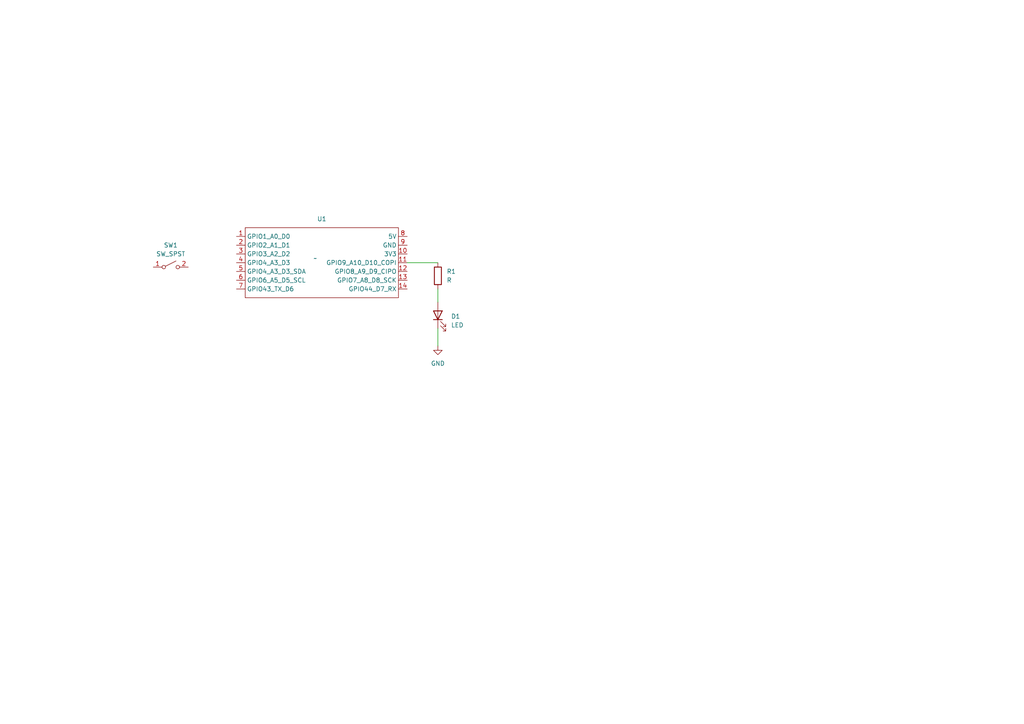
<source format=kicad_sch>
(kicad_sch (version 20230121) (generator eeschema)
  (paper "A4")
  (lib_symbols
    (symbol "Device:LED" (pin_numbers hide) (pin_names (offset 1.016) hide)
      (property "Reference" "D" (at 0 2.54 0))
      (property "Value" "LED" (at 0 -2.54 0))
      (symbol "LED_0_1"
        (polyline (pts (xy -1.27 -1.27) (xy -1.27 1.27)) (stroke (width 0.254)))
        (polyline (pts (xy -1.27 0) (xy 1.27 0)))
        (polyline (pts (xy 1.27 -1.27) (xy 1.27 1.27) (xy -1.27 0) (xy 1.27 -1.27)) (stroke (width 0.254)))
        (polyline (pts (xy -3.048 -0.762) (xy -4.572 -2.286) (xy -3.81 -2.286) (xy -4.572 -2.286) (xy -4.572 -1.524)))
        (polyline (pts (xy -1.778 -0.762) (xy -3.302 -2.286) (xy -2.54 -2.286) (xy -3.302 -2.286) (xy -3.302 -1.524)))
      )
      (symbol "LED_1_1"
        (pin passive line (at -3.81 0 0) (length 2.54) (name "K") (number "1"))
        (pin passive line (at 3.81 0 180) (length 2.54) (name "A") (number "2"))
      )
    )
    (symbol "Device:R" (pin_numbers hide) (pin_names (offset 0))
      (property "Reference" "R" (at 2.032 0 90))
      (property "Value" "R" (at 0 0 90))
      (symbol "R_0_1"
        (rectangle (start -1.016 -2.54) (end 1.016 2.54) (stroke (width 0.254)))
      )
      (symbol "R_1_1"
        (pin passive line (at 0 3.81 270) (length 1.27) (name "~") (number "1"))
        (pin passive line (at 0 -3.81 90) (length 1.27) (name "~") (number "2"))
      )
    )
    (symbol "Official XIAO ESP:XIAO_ESP32_SENSE"
      (property "Reference" "U" (at 0 0 0))
      (symbol "XIAO_ESP32_SENSE_0_1"
        (polyline (pts (xy -20.32 8.89) (xy -20.32 -11.43) (xy 24.13 -11.43) (xy 24.13 8.89) (xy -20.32 8.89)))
      )
      (symbol "XIAO_ESP32_SENSE_1_1"
        (pin bidirectional line (at -22.86 6.35 0) (length 2.54) (name "GPIO1_A0_D0") (number "1"))
        (pin bidirectional line (at 26.67 1.27 180) (length 2.54) (name "3V3") (number "10"))
        (pin bidirectional line (at 26.67 -1.27 180) (length 2.54) (name "GPIO9_A10_D10_COPI") (number "11"))
        (pin bidirectional line (at 26.67 -3.81 180) (length 2.54) (name "GPIO8_A9_D9_CIPO") (number "12"))
        (pin bidirectional line (at 26.67 -6.35 180) (length 2.54) (name "GPIO7_A8_D8_SCK") (number "13"))
        (pin bidirectional line (at 26.67 -8.89 180) (length 2.54) (name "GPIO44_D7_RX") (number "14"))
        (pin bidirectional line (at -22.86 3.81 0) (length 2.54) (name "GPIO2_A1_D1") (number "2"))
        (pin bidirectional line (at -22.86 1.27 0) (length 2.54) (name "GPIO3_A2_D2") (number "3"))
        (pin bidirectional line (at -22.86 -1.27 0) (length 2.54) (name "GPIO4_A3_D3") (number "4"))
        (pin bidirectional line (at -22.86 -3.81 0) (length 2.54) (name "GPIO4_A3_D3_SDA") (number "5"))
        (pin bidirectional line (at -22.86 -6.35 0) (length 2.54) (name "GPIO6_A5_D5_SCL") (number "6"))
        (pin bidirectional line (at -22.86 -8.89 0) (length 2.54) (name "GPIO43_TX_D6") (number "7"))
        (pin bidirectional line (at 26.67 6.35 180) (length 2.54) (name "5V") (number "8"))
        (pin bidirectional line (at 26.67 3.81 180) (length 2.54) (name "GND") (number "9"))
      )
    )
    (symbol "Switch:SW_SPST" (pin_names (offset 0) hide)
      (property "Reference" "SW" (at 0 3.175 0))
      (property "Value" "SW_SPST" (at 0 -2.54 0))
      (symbol "SW_SPST_0_0"
        (circle (center -2.032 0) (radius 0.508))
        (polyline (pts (xy -1.524 0.254) (xy 1.524 1.778)))
        (circle (center 2.032 0) (radius 0.508))
      )
      (symbol "SW_SPST_1_1"
        (pin passive line (at -5.08 0 0) (length 2.54) (name "A") (number "1"))
        (pin passive line (at 5.08 0 180) (length 2.54) (name "B") (number "2"))
      )
    )
    (symbol "power:GND" (power) (pin_names (offset 0))
      (property "Value" "GND" (at 0 -3.81 0))
      (symbol "GND_0_1"
        (polyline (pts (xy 0 0) (xy 0 -1.27) (xy 1.27 -1.27) (xy 0 -2.54) (xy -1.27 -1.27) (xy 0 -1.27)))
      )
      (symbol "GND_1_1"
        (pin power_in line (at 0 0 270) (length 0) hide (name "GND") (number "1"))
      )
    )
  )
  (wire (pts (xy 127 95.25) (xy 127 100.33)))
  (wire (pts (xy 127 83.82) (xy 127 87.63)))
  (wire (pts (xy 118.11 76.2) (xy 127 76.2)))
  (symbol (lib_id "Device:LED") (at 127 91.44 90) (unit 1)
    (property "Reference" "D1" (at 130.81 91.7575 90) (effects (justify right)))
    (property "Value" "LED" (at 130.81 94.2975 90) (effects (justify right)))
  )
  (symbol (lib_id "Official XIAO ESP:XIAO_ESP32_SENSE") (at 91.44 74.93 0) (unit 1)
    (property "Reference" "U1" (at 93.345 63.5 0))
    (property "Value" "~" (at 91.44 74.93 0))
  )
  (symbol (lib_id "Device:R") (at 127 80.01 0) (unit 1)
    (property "Reference" "R1" (at 129.54 78.74 0) (effects (justify left)))
    (property "Value" "R" (at 129.54 81.28 0) (effects (justify left)))
  )
  (symbol (lib_id "power:GND") (at 127 100.33 0) (unit 1)
    (property "Reference" "#PWR01" (effects hide))
    (property "Value" "GND" (at 127 105.41 0))
  )
  (symbol (lib_id "Switch:SW_SPST") (at 49.53 77.47 0) (unit 1)
    (property "Reference" "SW1" (at 49.53 71.12 0))
    (property "Value" "SW_SPST" (at 49.53 73.66 0))
  )
)
</source>
